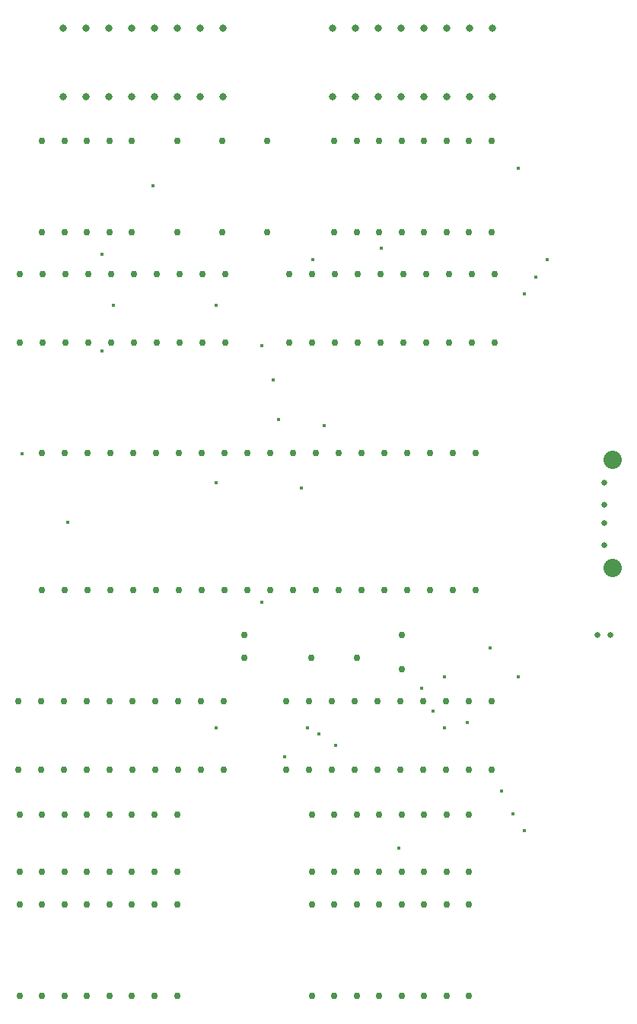
<source format=gbr>
G04 PROTEUS GERBER X2 FILE*
%TF.GenerationSoftware,Labcenter,Proteus,8.6-SP2-Build23525*%
%TF.CreationDate,2019-03-03T05:28:27+00:00*%
%TF.FileFunction,Plated,1,2,PTH*%
%TF.FilePolarity,Positive*%
%TF.Part,Single*%
%FSLAX45Y45*%
%MOMM*%
G01*
%TA.AperFunction,ViaDrill*%
%ADD39C,0.381000*%
%TA.AperFunction,ComponentDrill*%
%ADD40C,0.762000*%
%TA.AperFunction,ComponentDrill*%
%ADD41C,0.635000*%
%TA.AperFunction,MechanicalDrill*%
%ADD42C,2.032000*%
%TA.AperFunction,ComponentDrill*%
%ADD43C,0.650000*%
%TA.AperFunction,ComponentDrill*%
%ADD44C,0.812800*%
%TD.AperFunction*%
D39*
X+2730500Y-1143000D03*
X-1968500Y+254000D03*
X+190500Y-635000D03*
X-2476500Y+1016000D03*
X+825500Y-2095500D03*
X+190500Y+2222500D03*
X+1016000Y-2222500D03*
X+1524000Y+3302000D03*
X+381000Y+1397000D03*
X+444500Y-2349500D03*
X+635000Y+635000D03*
X+889000Y+1333500D03*
X+317500Y+1841500D03*
X-317500Y+698500D03*
X-1587500Y+3238500D03*
X-1587500Y+2159000D03*
X-1016000Y+4000500D03*
X+762000Y+3175000D03*
X+3238500Y+2984500D03*
X+3048000Y+4191000D03*
X+3111500Y+2794000D03*
X+3365500Y+3175000D03*
X-317500Y-2032000D03*
X+698500Y-2032000D03*
X+2857500Y-2730500D03*
X+2222500Y-2032000D03*
X+1714500Y-3365500D03*
X+1968500Y-1587500D03*
X+3111500Y-3175000D03*
X+2095500Y-1841500D03*
X+3048000Y-1460500D03*
X+2222500Y-1460500D03*
X+2984500Y-2984500D03*
X+2476500Y-1968500D03*
X-1460500Y+2667000D03*
X-317500Y+2667000D03*
D40*
X-2250000Y-500000D03*
X-1996000Y-500000D03*
X-1742000Y-500000D03*
X-1488000Y-500000D03*
X-1234000Y-500000D03*
X-980000Y-500000D03*
X-726000Y-500000D03*
X-472000Y-500000D03*
X-218000Y-500000D03*
X+36000Y-500000D03*
X+290000Y-500000D03*
X+544000Y-500000D03*
X+798000Y-500000D03*
X+1052000Y-500000D03*
X+1306000Y-500000D03*
X+1560000Y-500000D03*
X+1814000Y-500000D03*
X+2068000Y-500000D03*
X+2322000Y-500000D03*
X+2576000Y-500000D03*
X+2576000Y+1024000D03*
X+2322000Y+1024000D03*
X+2068000Y+1024000D03*
X+1814000Y+1024000D03*
X+1560000Y+1024000D03*
X+1306000Y+1024000D03*
X+1052000Y+1024000D03*
X+798000Y+1024000D03*
X+544000Y+1024000D03*
X+290000Y+1024000D03*
X+36000Y+1024000D03*
X-218000Y+1024000D03*
X-472000Y+1024000D03*
X-726000Y+1024000D03*
X-980000Y+1024000D03*
X-1234000Y+1024000D03*
X-1488000Y+1024000D03*
X-1742000Y+1024000D03*
X-1996000Y+1024000D03*
X-2250000Y+1024000D03*
X-2500000Y+2250000D03*
X-2246000Y+2250000D03*
X-1992000Y+2250000D03*
X-1738000Y+2250000D03*
X-1484000Y+2250000D03*
X-1230000Y+2250000D03*
X-976000Y+2250000D03*
X-722000Y+2250000D03*
X-468000Y+2250000D03*
X-214000Y+2250000D03*
X-214000Y+3012000D03*
X-468000Y+3012000D03*
X-722000Y+3012000D03*
X-976000Y+3012000D03*
X-1230000Y+3012000D03*
X-1484000Y+3012000D03*
X-1738000Y+3012000D03*
X-1992000Y+3012000D03*
X-2246000Y+3012000D03*
X-2500000Y+3012000D03*
X+500000Y+2250000D03*
X+754000Y+2250000D03*
X+1008000Y+2250000D03*
X+1262000Y+2250000D03*
X+1516000Y+2250000D03*
X+1770000Y+2250000D03*
X+2024000Y+2250000D03*
X+2278000Y+2250000D03*
X+2532000Y+2250000D03*
X+2786000Y+2250000D03*
X+2786000Y+3012000D03*
X+2532000Y+3012000D03*
X+2278000Y+3012000D03*
X+2024000Y+3012000D03*
X+1770000Y+3012000D03*
X+1516000Y+3012000D03*
X+1262000Y+3012000D03*
X+1008000Y+3012000D03*
X+754000Y+3012000D03*
X+500000Y+3012000D03*
X-2512000Y-2500000D03*
X-2258000Y-2500000D03*
X-2004000Y-2500000D03*
X-1750000Y-2500000D03*
X-1496000Y-2500000D03*
X-1242000Y-2500000D03*
X-988000Y-2500000D03*
X-734000Y-2500000D03*
X-480000Y-2500000D03*
X-226000Y-2500000D03*
X-226000Y-1738000D03*
X-480000Y-1738000D03*
X-734000Y-1738000D03*
X-988000Y-1738000D03*
X-1242000Y-1738000D03*
X-1496000Y-1738000D03*
X-1750000Y-1738000D03*
X-2004000Y-1738000D03*
X-2258000Y-1738000D03*
X-2512000Y-1738000D03*
X+464000Y-2500000D03*
X+718000Y-2500000D03*
X+972000Y-2500000D03*
X+1226000Y-2500000D03*
X+1480000Y-2500000D03*
X+1734000Y-2500000D03*
X+1988000Y-2500000D03*
X+2242000Y-2500000D03*
X+2496000Y-2500000D03*
X+2750000Y-2500000D03*
X+2750000Y-1738000D03*
X+2496000Y-1738000D03*
X+2242000Y-1738000D03*
X+1988000Y-1738000D03*
X+1734000Y-1738000D03*
X+1480000Y-1738000D03*
X+1226000Y-1738000D03*
X+972000Y-1738000D03*
X+718000Y-1738000D03*
X+464000Y-1738000D03*
D41*
X+4000000Y+0D03*
X+4000000Y+248920D03*
X+4000000Y+447040D03*
X+4000000Y+695960D03*
D42*
X+4099060Y-251460D03*
X+4099060Y+947420D03*
D40*
X+1250000Y-1250000D03*
X+742000Y-1250000D03*
X-2500000Y-3000000D03*
X-2500000Y-3635000D03*
X-2000000Y-3000000D03*
X-2000000Y-3635000D03*
X-2250000Y-3000000D03*
X-2250000Y-3635000D03*
X-1750000Y-3000000D03*
X-1750000Y-3635000D03*
X-1500000Y-3000000D03*
X-1500000Y-3635000D03*
X-1250000Y-3000000D03*
X-1250000Y-3635000D03*
X-1000000Y-3000000D03*
X-1000000Y-3635000D03*
X-750000Y-3000000D03*
X-750000Y-3635000D03*
X+750000Y-3000000D03*
X+750000Y-3635000D03*
X+1000000Y-3000000D03*
X+1000000Y-3635000D03*
X+1250000Y-3000000D03*
X+1250000Y-3635000D03*
X+1500000Y-3000000D03*
X+1500000Y-3635000D03*
X+1750000Y-3000000D03*
X+1750000Y-3635000D03*
X+2000000Y-3000000D03*
X+2000000Y-3635000D03*
X+2250000Y-3000000D03*
X+2250000Y-3635000D03*
X+2500000Y-3000000D03*
X+2500000Y-3635000D03*
X+1750000Y-1000000D03*
X+1750000Y-1381000D03*
X+0Y-1000000D03*
X+0Y-1254000D03*
D43*
X+3925000Y-1000000D03*
X+4075000Y-1000000D03*
D40*
X-2500000Y-4000000D03*
X-2500000Y-5016000D03*
X-2250000Y-4000000D03*
X-2250000Y-5016000D03*
X-2000000Y-4000000D03*
X-2000000Y-5016000D03*
X-1750000Y-4000000D03*
X-1750000Y-5016000D03*
X-1500000Y-4000000D03*
X-1500000Y-5016000D03*
X-1250000Y-4000000D03*
X-1250000Y-5016000D03*
X-1000000Y-4000000D03*
X-1000000Y-5016000D03*
X-750000Y-4000000D03*
X-750000Y-5016000D03*
X+750000Y-4000000D03*
X+750000Y-5016000D03*
X+1000000Y-4000000D03*
X+1000000Y-5016000D03*
X+1250000Y-4000000D03*
X+1250000Y-5016000D03*
X+1500000Y-4000000D03*
X+1500000Y-5016000D03*
X+1750000Y-4000000D03*
X+1750000Y-5016000D03*
X+2000000Y-4000000D03*
X+2000000Y-5016000D03*
X+2250000Y-4000000D03*
X+2250000Y-5016000D03*
X+2500000Y-4000000D03*
X+2500000Y-5016000D03*
X+1000000Y+4500000D03*
X+1000000Y+3484000D03*
X+1250000Y+4500000D03*
X+1250000Y+3484000D03*
X+1750000Y+4500000D03*
X+1750000Y+3484000D03*
X+2250000Y+4500000D03*
X+2250000Y+3484000D03*
X+2750000Y+4500000D03*
X+2750000Y+3484000D03*
X+2500000Y+4500000D03*
X+2500000Y+3484000D03*
X+2000000Y+4500000D03*
X+2000000Y+3484000D03*
X+1500000Y+4500000D03*
X+1500000Y+3484000D03*
X-2250000Y+4500000D03*
X-2250000Y+3484000D03*
X-1750000Y+4500000D03*
X-1750000Y+3484000D03*
X-1250000Y+4500000D03*
X-1250000Y+3484000D03*
X-750000Y+4500000D03*
X-750000Y+3484000D03*
X-250000Y+4500000D03*
X-250000Y+3484000D03*
X+250000Y+4500000D03*
X+250000Y+3484000D03*
X-1500000Y+4500000D03*
X-1500000Y+3484000D03*
X-2000000Y+4500000D03*
X-2000000Y+3484000D03*
D44*
X-238000Y+5750000D03*
X-492000Y+5750000D03*
X-746000Y+5750000D03*
X-1000000Y+5750000D03*
X-1254000Y+5750000D03*
X-1508000Y+5750000D03*
X-1762000Y+5750000D03*
X-2016000Y+5750000D03*
X-2016000Y+4988000D03*
X-1762000Y+4988000D03*
X-1508000Y+4988000D03*
X-1254000Y+4988000D03*
X-1000000Y+4988000D03*
X-746000Y+4988000D03*
X-492000Y+4988000D03*
X-238000Y+4988000D03*
X+2762000Y+5750000D03*
X+2508000Y+5750000D03*
X+2254000Y+5750000D03*
X+2000000Y+5750000D03*
X+1746000Y+5750000D03*
X+1492000Y+5750000D03*
X+1238000Y+5750000D03*
X+984000Y+5750000D03*
X+984000Y+4988000D03*
X+1238000Y+4988000D03*
X+1492000Y+4988000D03*
X+1746000Y+4988000D03*
X+2000000Y+4988000D03*
X+2254000Y+4988000D03*
X+2508000Y+4988000D03*
X+2762000Y+4988000D03*
M02*

</source>
